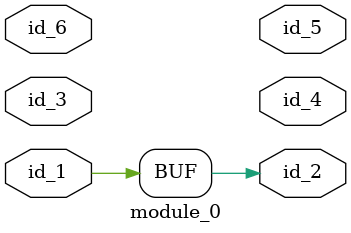
<source format=v>
module module_0 (
    id_1,
    id_2,
    id_3,
    id_4,
    id_5,
    id_6
);
  input id_6;
  output id_5;
  output id_4;
  inout id_3;
  output id_2;
  input id_1;
  assign id_2 = id_1;
endmodule

</source>
